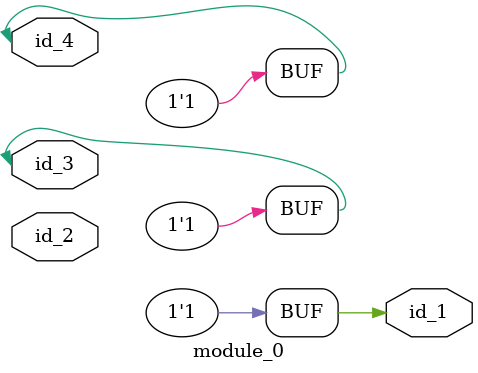
<source format=v>
module module_0 (
    id_1,
    id_2,
    id_3,
    id_4
);
  inout id_4;
  inout id_3;
  inout id_2;
  output id_1;
  always @(*) begin
    id_4 <= 1;
  end
  assign id_1 = id_4;
  assign id_1 = id_3;
endmodule

</source>
